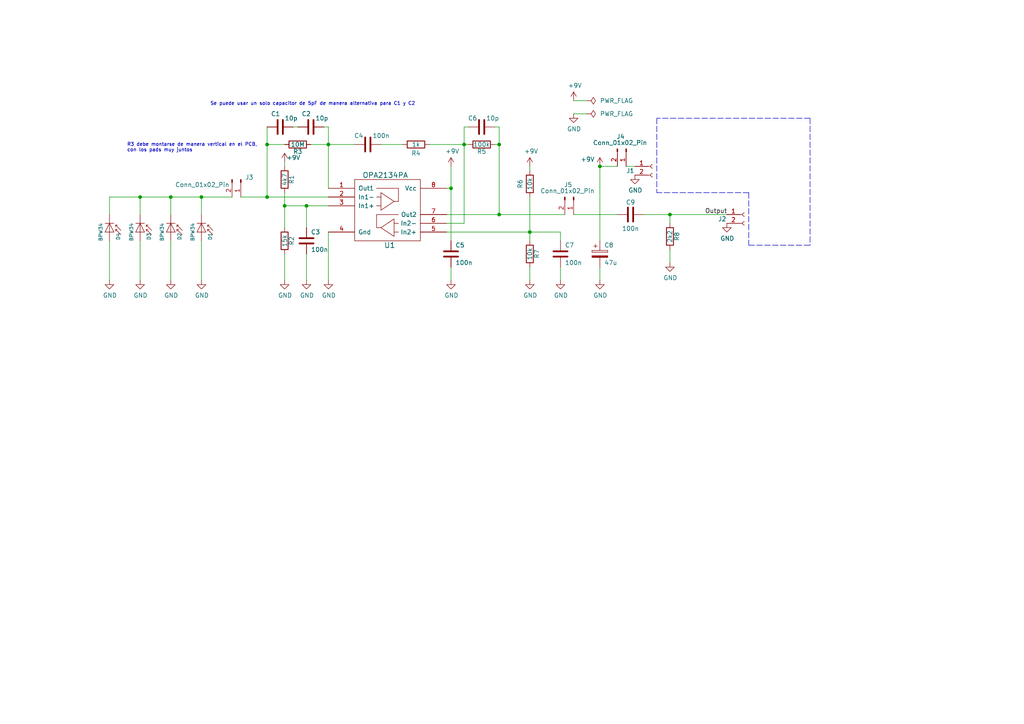
<source format=kicad_sch>
(kicad_sch (version 20231120) (generator "eeschema") (generator_version "8.0")
  (paper "A4")
  (title_block (title "DIY Particle Detector") (date "2019-07-31") (rev "V1.2") (comment 2 "A spectrometer for measuring the energy of alpha particles and electrons.") (comment 3 "Oliver Keller, oliver.michael.keller@cern.ch") (comment 4 "Low-Cost DIY Particle Detector for Ionising Radiation"))
  (lib_symbols
    (symbol "Connector:Conn_01x02_Pin" (pin_names (offset 1.016) hide)
      (property "Reference" "J" (at 0 2.54 0))
      (property "Value" "Conn_01x02_Pin" (at 0 -5.08 0))
      (symbol "Conn_01x02_Pin_1_1"
        (polyline (pts (xy 1.27 -2.54) (xy 0.8636 -2.54)) (stroke (width 0.1524)))
        (polyline (pts (xy 1.27 0) (xy 0.8636 0)) (stroke (width 0.1524)))
        (rectangle (start 0.8636 -2.413) (end 0 -2.667) (stroke (width 0.1524)) (fill (type outline)))
        (rectangle (start 0.8636 0.127) (end 0 -0.127) (stroke (width 0.1524)) (fill (type outline)))
        (pin passive line (at 5.08 0 180) (length 3.81) (name "Pin_1") (number "1"))
        (pin passive line (at 5.08 -2.54 180) (length 3.81) (name "Pin_2") (number "2"))
      )
    )
    (symbol "DIY_detector-custom-parts:TL072" (pin_names (offset 1.016))
      (property "Reference" "U" (at 0 -10.16 0))
      (property "Value" "TL072" (at -1.27 10.16 0))
      (symbol "TL072_0_1"
        (rectangle (start -10.16 8.89) (end 8.89 -8.89))
        (polyline (pts (xy -3.81 1.27) (xy -2.54 1.27)))
        (polyline (pts (xy -2.54 3.81) (xy -3.81 3.81)))
        (polyline (pts (xy -2.54 6.35) (xy -3.81 6.35)))
        (polyline (pts (xy 1.27 -6.35) (xy 2.54 -6.35)))
        (polyline (pts (xy 1.27 -3.81) (xy 2.54 -3.81)))
        (polyline (pts (xy -2.54 5.08) (xy -2.54 0) (xy 1.27 2.54) (xy -2.54 5.08)))
        (polyline (pts (xy 1.27 2.54) (xy 2.54 2.54) (xy 2.54 6.35) (xy -2.54 6.35)))
        (polyline (pts (xy 2.54 -1.27) (xy -3.81 -1.27) (xy -3.81 -5.08) (xy -2.54 -5.08) (xy 1.27 -2.54) (xy 1.27 -7.62) (xy -2.54 -5.08)))
      )
      (symbol "TL072_1_1"
        (pin output line (at -17.78 6.35 0) (length 7.62) (name "Out1") (number "1"))
        (pin input line (at -17.78 3.81 0) (length 7.62) (name "In1-") (number "2"))
        (pin input line (at -17.78 1.27 0) (length 7.62) (name "In1+") (number "3"))
        (pin power_in line (at -17.78 -6.35 0) (length 7.62) (name "Gnd") (number "4"))
        (pin input line (at 16.51 -6.35 180) (length 7.62) (name "In2+") (number "5"))
        (pin input line (at 16.51 -3.81 180) (length 7.62) (name "In2-") (number "6"))
        (pin output line (at 16.51 -1.27 180) (length 7.62) (name "Out2") (number "7"))
        (pin power_in line (at 16.51 6.35 180) (length 7.62) (name "Vcc") (number "8"))
      )
    )
    (symbol "Device:C" (pin_numbers hide) (pin_names (offset 0.254))
      (property "Reference" "C" (at 0.635 2.54 0))
      (property "Value" "C" (at 0.635 -2.54 0))
      (symbol "C_0_1"
        (polyline (pts (xy -2.032 -0.762) (xy 2.032 -0.762)) (stroke (width 0.508)))
        (polyline (pts (xy -2.032 0.762) (xy 2.032 0.762)) (stroke (width 0.508)))
      )
      (symbol "C_1_1"
        (pin passive line (at 0 3.81 270) (length 2.794) (name "~") (number "1"))
        (pin passive line (at 0 -3.81 90) (length 2.794) (name "~") (number "2"))
      )
    )
    (symbol "Device:R" (pin_numbers hide) (pin_names (offset 0))
      (property "Reference" "R" (at 2.032 0 90))
      (property "Value" "R" (at 0 0 90))
      (symbol "R_0_1"
        (rectangle (start -1.016 -2.54) (end 1.016 2.54) (stroke (width 0.254)))
      )
      (symbol "R_1_1"
        (pin passive line (at 0 3.81 270) (length 1.27) (name "~") (number "1"))
        (pin passive line (at 0 -3.81 90) (length 1.27) (name "~") (number "2"))
      )
    )
    (symbol "ProyectoFisica-rescue:+9V-power" (power) (pin_names (offset 0))
      (property "Value" "power_+9V" (at 0 3.556 0))
      (symbol "+9V-power_0_1"
        (polyline (pts (xy -0.762 1.27) (xy 0 2.54)))
        (polyline (pts (xy 0 0) (xy 0 2.54)))
        (polyline (pts (xy 0 2.54) (xy 0.762 1.27)))
      )
      (symbol "+9V-power_1_1"
        (pin power_in line (at 0 0 90) (length 0) hide (name "+9V") (number "1"))
      )
    )
    (symbol "ProyectoFisica-rescue:CP-Device" (pin_numbers hide) (pin_names (offset 0.254))
      (property "Reference" "C" (at 0.635 2.54 0))
      (property "Value" "Device_CP" (at 0.635 -2.54 0))
      (symbol "CP-Device_0_1"
        (rectangle (start -2.286 0.508) (end 2.286 1.016))
        (polyline (pts (xy -1.778 2.286) (xy -0.762 2.286)))
        (polyline (pts (xy -1.27 2.794) (xy -1.27 1.778)))
        (rectangle (start 2.286 -0.508) (end -2.286 -1.016) (fill (type outline)))
      )
      (symbol "CP-Device_1_1"
        (pin passive line (at 0 3.81 270) (length 2.794) (name "~") (number "1"))
        (pin passive line (at 0 -3.81 90) (length 2.794) (name "~") (number "2"))
      )
    )
    (symbol "ProyectoFisica-rescue:Conn_01x02_Female-Connector" (pin_names (offset 1.016) hide)
      (property "Reference" "J" (at 0 2.54 0))
      (property "Value" "Connector_Conn_01x02_Female" (at 0 -5.08 0))
      (symbol "Conn_01x02_Female-Connector_1_1"
        (arc (start 0 -2.032) (mid -0.508 -2.54) (end 0 -3.048) (stroke (width 0.1524)))
        (polyline (pts (xy -1.27 -2.54) (xy -0.508 -2.54)) (stroke (width 0.1524)))
        (polyline (pts (xy -1.27 0) (xy -0.508 0)) (stroke (width 0.1524)))
        (arc (start 0 0.508) (mid -0.508 0) (end 0 -0.508) (stroke (width 0.1524)))
        (pin passive line (at -5.08 0 0) (length 3.81) (name "Pin_1") (number "1"))
        (pin passive line (at -5.08 -2.54 0) (length 3.81) (name "Pin_2") (number "2"))
      )
    )
    (symbol "ProyectoFisica-rescue:GND-power" (power) (pin_names (offset 0))
      (property "Value" "power_GND" (at 0 -3.81 0))
      (symbol "GND-power_0_1"
        (polyline (pts (xy 0 0) (xy 0 -1.27) (xy 1.27 -1.27) (xy 0 -2.54) (xy -1.27 -1.27) (xy 0 -1.27)))
      )
      (symbol "GND-power_1_1"
        (pin power_in line (at 0 0 270) (length 0) hide (name "GND") (number "1"))
      )
    )
    (symbol "Sensor_Optical:BPW34" (pin_numbers hide) (pin_names (offset 1.016) hide)
      (property "Reference" "D" (at 0.508 1.778 0))
      (property "Value" "BPW34" (at -1.016 -2.794 0))
      (symbol "BPW34_0_1"
        (polyline (pts (xy -2.54 1.27) (xy -2.54 -1.27)) (stroke (width 0.1524)))
        (polyline (pts (xy -2.032 1.778) (xy -1.524 1.778)))
        (polyline (pts (xy 0 -1.27) (xy 0 1.27)))
        (polyline (pts (xy 0 0) (xy -2.54 0)))
        (polyline (pts (xy -0.508 3.302) (xy -2.032 1.778) (xy -2.032 2.286)))
        (polyline (pts (xy 0 1.27) (xy -2.54 0) (xy 0 -1.27)))
        (polyline (pts (xy 0.762 3.302) (xy -0.762 1.778) (xy -0.762 2.286) (xy -0.762 1.778) (xy -0.254 1.778)))
      )
      (symbol "BPW34_1_1"
        (pin passive line (at -5.08 0 0) (length 2.54) (name "K") (number "1"))
        (pin passive line (at 2.54 0 180) (length 2.54) (name "A") (number "2"))
      )
    )
    (symbol "power:PWR_FLAG" (power) (pin_numbers hide) (pin_names (offset 0) hide)
      (property "Value" "PWR_FLAG" (at 0 3.81 0))
      (symbol "PWR_FLAG_0_0"
        (pin power_out line (at 0 0 90) (length 0) (name "~") (number "1"))
      )
      (symbol "PWR_FLAG_0_1"
        (polyline (pts (xy 0 0) (xy 0 1.27) (xy -1.016 1.905) (xy 0 2.54) (xy 1.016 1.905) (xy 0 1.27)))
      )
    )
  )
  (junction (at 134.62 41.91))
  (junction (at 130.81 54.61))
  (junction (at 77.47 57.15))
  (junction (at 58.42 57.15))
  (junction (at 144.78 62.23))
  (junction (at 77.47 41.91))
  (junction (at 82.55 59.69))
  (junction (at 144.78 41.91))
  (junction (at 153.67 67.31))
  (junction (at 40.64 57.15))
  (junction (at 95.25 41.91))
  (junction (at 49.53 57.15))
  (junction (at 173.99 48.26))
  (junction (at 88.9 59.69))
  (junction (at 194.31 62.23))
  (wire (pts (xy 69.85 57.15) (xy 77.47 57.15)))
  (wire (pts (xy 166.37 33.02) (xy 170.18 33.02)))
  (polyline (pts (xy 217.17 55.88) (xy 217.17 71.12)) (stroke (width 0) (type dash)))
  (wire (pts (xy 143.51 36.83) (xy 144.78 36.83)))
  (wire (pts (xy 58.42 57.15) (xy 49.53 57.15)))
  (wire (pts (xy 129.54 67.31) (xy 153.67 67.31)))
  (wire (pts (xy 144.78 41.91) (xy 144.78 62.23)))
  (wire (pts (xy 93.98 36.83) (xy 95.25 36.83)))
  (wire (pts (xy 143.51 41.91) (xy 144.78 41.91)))
  (polyline (pts (xy 234.95 34.29) (xy 190.5 34.29)) (stroke (width 0) (type dash)))
  (wire (pts (xy 58.42 69.85) (xy 58.42 81.28)))
  (wire (pts (xy 162.56 67.31) (xy 162.56 69.85)))
  (wire (pts (xy 82.55 73.66) (xy 82.55 81.28)))
  (wire (pts (xy 82.55 46.99) (xy 82.55 48.26)))
  (wire (pts (xy 153.67 57.15) (xy 153.67 67.31)))
  (wire (pts (xy 130.81 54.61) (xy 129.54 54.61)))
  (wire (pts (xy 49.53 69.85) (xy 49.53 81.28)))
  (wire (pts (xy 88.9 59.69) (xy 88.9 66.04)))
  (wire (pts (xy 58.42 57.15) (xy 58.42 62.23)))
  (wire (pts (xy 88.9 73.66) (xy 88.9 81.28)))
  (polyline (pts (xy 217.17 55.88) (xy 190.5 55.88)) (stroke (width 0) (type dash)))
  (wire (pts (xy 144.78 36.83) (xy 144.78 41.91)))
  (wire (pts (xy 181.61 48.26) (xy 184.15 48.26)))
  (wire (pts (xy 95.25 41.91) (xy 102.87 41.91)))
  (wire (pts (xy 95.25 41.91) (xy 95.25 54.61)))
  (wire (pts (xy 134.62 36.83) (xy 134.62 41.91)))
  (wire (pts (xy 194.31 62.23) (xy 194.31 64.77)))
  (wire (pts (xy 82.55 66.04) (xy 82.55 59.69)))
  (wire (pts (xy 95.25 67.31) (xy 95.25 81.28)))
  (wire (pts (xy 95.25 36.83) (xy 95.25 41.91)))
  (wire (pts (xy 130.81 54.61) (xy 130.81 69.85)))
  (polyline (pts (xy 217.17 71.12) (xy 234.95 71.12)) (stroke (width 0) (type dash)))
  (wire (pts (xy 86.36 36.83) (xy 85.09 36.83)))
  (wire (pts (xy 82.55 59.69) (xy 88.9 59.69)))
  (wire (pts (xy 194.31 72.39) (xy 194.31 76.2)))
  (wire (pts (xy 186.69 62.23) (xy 194.31 62.23)))
  (wire (pts (xy 31.75 81.28) (xy 31.75 69.85)))
  (wire (pts (xy 153.67 48.26) (xy 153.67 49.53)))
  (wire (pts (xy 166.37 62.23) (xy 179.07 62.23)))
  (wire (pts (xy 40.64 81.28) (xy 40.64 69.85)))
  (wire (pts (xy 153.67 77.47) (xy 153.67 81.28)))
  (wire (pts (xy 130.81 77.47) (xy 130.81 81.28)))
  (wire (pts (xy 31.75 62.23) (xy 31.75 57.15)))
  (polyline (pts (xy 190.5 34.29) (xy 190.5 55.88)) (stroke (width 0) (type dash)))
  (wire (pts (xy 77.47 36.83) (xy 77.47 41.91)))
  (wire (pts (xy 88.9 59.69) (xy 95.25 59.69)))
  (wire (pts (xy 77.47 57.15) (xy 95.25 57.15)))
  (wire (pts (xy 134.62 41.91) (xy 135.89 41.91)))
  (wire (pts (xy 153.67 67.31) (xy 153.67 69.85)))
  (wire (pts (xy 173.99 48.26) (xy 173.99 69.85)))
  (wire (pts (xy 82.55 55.88) (xy 82.55 59.69)))
  (wire (pts (xy 194.31 62.23) (xy 210.82 62.23)))
  (wire (pts (xy 49.53 62.23) (xy 49.53 57.15)))
  (wire (pts (xy 173.99 77.47) (xy 173.99 81.28)))
  (wire (pts (xy 135.89 36.83) (xy 134.62 36.83)))
  (wire (pts (xy 129.54 62.23) (xy 144.78 62.23)))
  (wire (pts (xy 130.81 54.61) (xy 130.81 48.26)))
  (wire (pts (xy 110.49 41.91) (xy 116.84 41.91)))
  (wire (pts (xy 166.37 29.21) (xy 170.18 29.21)))
  (wire (pts (xy 153.67 67.31) (xy 162.56 67.31)))
  (wire (pts (xy 77.47 41.91) (xy 77.47 57.15)))
  (wire (pts (xy 58.42 57.15) (xy 67.31 57.15)))
  (wire (pts (xy 173.99 48.26) (xy 179.07 48.26)))
  (wire (pts (xy 134.62 41.91) (xy 134.62 64.77)))
  (wire (pts (xy 90.17 41.91) (xy 95.25 41.91)))
  (wire (pts (xy 129.54 64.77) (xy 134.62 64.77)))
  (polyline (pts (xy 234.95 34.29) (xy 234.95 71.12)) (stroke (width 0) (type dash)))
  (wire (pts (xy 40.64 57.15) (xy 40.64 62.23)))
  (wire (pts (xy 124.46 41.91) (xy 134.62 41.91)))
  (wire (pts (xy 162.56 77.47) (xy 162.56 81.28)))
  (wire (pts (xy 31.75 57.15) (xy 40.64 57.15)))
  (wire (pts (xy 49.53 57.15) (xy 40.64 57.15)))
  (wire (pts (xy 144.78 62.23) (xy 163.83 62.23)))
  (wire (pts (xy 77.47 41.91) (xy 82.55 41.91)))
  (text "Se puede usar un solo capacitor de 5pF de manera alternativa para C1 y C2" (at 60.96 30.734 0) (effects (font (size 0.9906 0.9906)) (justify left bottom)))
  (text "R3 debe montarse de manera vertical en el PCB,\ncon los pads muy juntos\n" (at 36.83 44.196 0) (effects (font (size 0.9906 0.9906)) (justify left bottom)))
  (label "Output" (at 204.47 62.23 0))
  (symbol (lib_id "DIY_detector-custom-parts:TL072") (at 113.03 60.96 0) (unit 1)
    (property "Reference" "U1" (at 113.03 71.12 0) (effects (font (size 1.524 1.524))))
    (property "Value" "OPA2134PA" (at 111.76 50.8 0) (effects (font (size 1.524 1.524))))
    (property "Footprint" "Package_DIP:DIP-8_W7.62mm" (effects (hide yes)))
    (property "Description" "TLE2072CP/ACP" (effects (hide yes)))
    (property "FARNELL" "3117956 " (effects (hide yes)))
  )
  (symbol (lib_id "Sensor_Optical:BPW34") (at 31.75 67.31 270) (unit 1)
    (property "Reference" "D4" (at 34.29 68.58 0) (effects (font (size 1.016 1.016))))
    (property "Value" "BPW34" (at 29.21 67.31 0) (effects (font (size 1.016 1.016))))
    (property "Footprint" "OptoDevice:Osram_BPW34S-SMD" (effects (hide yes)))
    (property "Description" "silicon PIN photodiode" (effects (hide yes)))
    (property "MFG" "Osram" (effects (hide yes)))
    (property "MFG_PN" "BPX61" (effects (hide yes)))
    (property "FARNELL" "2981630" (effects (hide yes)))
    (property "RS Online" "654-7785" (effects (hide yes)))
    (property "3D_B" "${KIPRJMOD}/3D/BPW34F.wrl" (effects (hide yes)))
    (property "VALUE_B" "BPW34F" (effects (hide yes)))
  )
  (symbol (lib_id "Device:R") (at 86.36 41.91 270) (unit 1)
    (property "Reference" "R3" (at 86.36 43.942 90))
    (property "Value" "10M" (at 86.36 41.91 90))
    (property "Footprint" "Resistor_THT:R_Axial_DIN0309_L9.0mm_D3.2mm_P2.54mm_Vertical" (effects (hide yes)))
    (property "Description" "40Mega 10% 0805 SMD" (effects (hide yes)))
    (property "MFG" "TE Connectivity" (effects (hide yes)))
    (property "MFG_PN" "RH73H2A40MKTN" (effects (hide yes)))
    (property "FARNELL" "1174521" (effects (hide yes)))
    (property "VALUE_B" "10M" (effects (hide yes)))
    (property "3D_B" "${KIPRJMOD}/3D/Resistors_THT_custom.3dshapes/res_5band_10M_P2.54mm.wrl" (effects (hide yes)))
  )
  (symbol (lib_id "Device:R") (at 82.55 52.07 0) (unit 1)
    (property "Reference" "R1" (at 84.582 52.07 90))
    (property "Value" "4k7" (at 82.55 52.07 90))
    (property "Footprint" "Resistor_THT:R_Axial_DIN0207_L6.3mm_D2.5mm_P7.62mm_Horizontal" (effects (hide yes)))
    (property "Description" "4.7k 1% THT" (effects (hide yes)))
    (property "MFG" "Multicomp" (effects (hide yes)))
    (property "MFG_PN" "MCMF006FF4701A50" (effects (hide yes)))
    (property "FARNELL" "2401772" (effects (hide yes)))
  )
  (symbol (lib_id "Device:R") (at 82.55 69.85 0) (unit 1)
    (property "Reference" "R2" (at 84.582 69.85 90))
    (property "Value" "15k" (at 82.55 69.85 90))
    (property "Footprint" "Resistor_THT:R_Axial_DIN0207_L6.3mm_D2.5mm_P7.62mm_Horizontal" (effects (hide yes)))
    (property "Description" "15k 1% THT" (effects (hide yes)))
    (property "MFG" "Multicomp" (effects (hide yes)))
    (property "MFG_PN" "MCMF006FF1502A50" (effects (hide yes)))
    (property "FARNELL" "2401785" (effects (hide yes)))
  )
  (symbol (lib_id "Device:C") (at 90.17 36.83 90) (unit 1)
    (property "Reference" "C2" (at 90.17 33.02 90) (effects (justify left)))
    (property "Value" "10p" (at 95.25 34.29 90) (effects (justify left)))
    (property "Footprint" "Capacitor_THT:C_Disc_D3.0mm_W1.6mm_P2.50mm" (effects (hide yes)))
    (property "Description" "10pF THT" (effects (hide yes)))
    (property "MFG" "Multicomp" (effects (hide yes)))
    (property "MFG_PN" "MC0805N100J101A2.54MM" (effects (hide yes)))
    (property "FARNELL" "1694175" (effects (hide yes)))
  )
  (symbol (lib_id "Device:C") (at 130.81 73.66 0) (unit 1)
    (property "Reference" "C5" (at 132.08 71.12 0) (effects (justify left)))
    (property "Value" "100n" (at 132.08 76.2 0) (effects (justify left)))
    (property "Footprint" "Capacitor_THT:C_Disc_D3.0mm_W1.6mm_P2.50mm" (effects (hide yes)))
    (property "Description" "100nF THT" (effects (hide yes)))
    (property "MFG" "Multicomp" (effects (hide yes)))
    (property "MFG_PN" "MC0805Y104M500A2.54MM" (effects (hide yes)))
    (property "FARNELL" "2112751" (effects (hide yes)))
  )
  (symbol (lib_id "Device:C") (at 88.9 69.85 0) (unit 1)
    (property "Reference" "C3" (at 90.17 67.31 0) (effects (justify left)))
    (property "Value" "100n" (at 90.17 72.39 0) (effects (justify left)))
    (property "Footprint" "Capacitor_THT:C_Disc_D3.0mm_W1.6mm_P2.50mm" (effects (hide yes)))
    (property "Description" "100nF THT" (effects (hide yes)))
    (property "MFG" "Multicomp" (effects (hide yes)))
    (property "MFG_PN" "MC0805Y104M500A2.54MM" (effects (hide yes)))
    (property "FARNELL" "2112751" (effects (hide yes)))
  )
  (symbol (lib_id "Device:R") (at 120.65 41.91 270) (unit 1)
    (property "Reference" "R4" (at 120.65 44.45 90))
    (property "Value" "1k" (at 120.65 41.91 90))
    (property "Footprint" "Resistor_THT:R_Axial_DIN0207_L6.3mm_D2.5mm_P7.62mm_Horizontal" (effects (hide yes)))
    (property "Description" "4.7k 1% THT" (effects (hide yes)))
    (property "MFG" "Multicomp" (effects (hide yes)))
    (property "MFG_PN" "MCMF006FF4701A50" (effects (hide yes)))
    (property "FARNELL" "2401772" (effects (hide yes)))
    (property "VALUE_B" "1k" (effects (hide yes)))
    (property "3D_B" "${KIPRJMOD}/3D/Resistors_THT_custom.3dshapes/res_5band_1K_P7.62mm.wrl" (effects (hide yes)))
  )
  (symbol (lib_id "Device:R") (at 139.7 41.91 270) (unit 1)
    (property "Reference" "R5" (at 139.7 43.942 90))
    (property "Value" "100k" (at 139.7 41.91 90))
    (property "Footprint" "Resistor_THT:R_Axial_DIN0207_L6.3mm_D2.5mm_P7.62mm_Horizontal" (effects (hide yes)))
    (property "Description" "1Mega 1% THT" (effects (hide yes)))
    (property "MFG" "Multicomp" (effects (hide yes)))
    (property "MFG_PN" "MCMF006FF1004A50" (effects (hide yes)))
    (property "FARNELL" "2401807" (effects (hide yes)))
    (property "VALUE_B" "100k" (effects (hide yes)))
    (property "3D_B" "${KIPRJMOD}/3D/Resistors_THT_custom.3dshapes/res_5band_100K_P7.62mm.wrl" (effects (hide yes)))
  )
  (symbol (lib_id "Device:C") (at 106.68 41.91 90) (unit 1)
    (property "Reference" "C4" (at 105.41 39.37 90) (effects (justify left)))
    (property "Value" "100n" (at 113.03 39.37 90) (effects (justify left)))
    (property "Footprint" "Capacitor_THT:C_Disc_D3.0mm_W1.6mm_P2.50mm" (effects (hide yes)))
    (property "Description" "470nf THT" (effects (hide yes)))
    (property "MFG" "Kemet" (effects (hide yes)))
    (property "MFG_PN" "C320C474M5U5TA" (effects (hide yes)))
    (property "FARNELL" "1457660" (effects (hide yes)))
    (property "VALUE_B" "100n" (effects (hide yes)))
    (property "3D_B" "${KIPRJMOD}/3D/C_Disc_D3.0mm_W1.6mm_P2.50mm.wrl" (effects (hide yes)))
  )
  (symbol (lib_id "Device:R") (at 153.67 53.34 0) (unit 1)
    (property "Reference" "R6" (at 150.876 53.34 90))
    (property "Value" "10k" (at 153.67 53.34 90))
    (property "Footprint" "Resistor_THT:R_Axial_DIN0207_L6.3mm_D2.5mm_P7.62mm_Horizontal" (effects (hide yes)))
    (property "Description" "10k 1% THT" (effects (hide yes)))
    (property "MFG" "Multicomp" (effects (hide yes)))
    (property "MFG_PN" "MCMF006FF1002A50" (effects (hide yes)))
    (property "FARNELL" "2401780" (effects (hide yes)))
  )
  (symbol (lib_id "Device:R") (at 153.67 73.66 0) (unit 1)
    (property "Reference" "R7" (at 155.702 73.66 90))
    (property "Value" "10k" (at 153.67 73.66 90))
    (property "Footprint" "Resistor_THT:R_Axial_DIN0207_L6.3mm_D2.5mm_P7.62mm_Horizontal" (effects (hide yes)))
    (property "Description" "10k 1% THT" (effects (hide yes)))
    (property "MFG" "Multicomp" (effects (hide yes)))
    (property "MFG_PN" "MCMF006FF1002A50" (effects (hide yes)))
    (property "FARNELL" "2401780" (effects (hide yes)))
  )
  (symbol (lib_id "Device:C") (at 162.56 73.66 0) (unit 1)
    (property "Reference" "C7" (at 163.83 71.12 0) (effects (justify left)))
    (property "Value" "100n" (at 163.83 76.2 0) (effects (justify left)))
    (property "Footprint" "Capacitor_THT:C_Disc_D3.0mm_W1.6mm_P2.50mm" (effects (hide yes)))
    (property "Description" "100nF THT" (effects (hide yes)))
    (property "MFG" "Multicomp" (effects (hide yes)))
    (property "MFG_PN" "MC0805Y104M500A2.54MM" (effects (hide yes)))
    (property "FARNELL" "2112751" (effects (hide yes)))
  )
  (symbol (lib_id "ProyectoFisica-rescue:CP-Device") (at 173.99 73.66 0) (unit 1)
    (property "Reference" "C8" (at 175.26 71.12 0) (effects (justify left)))
    (property "Value" "47u" (at 175.26 76.2 0) (effects (justify left)))
    (property "Footprint" "Capacitor_THT:CP_Radial_D6.3mm_P2.50mm" (effects (hide yes)))
    (property "Description" "47uF 63V THT" (effects (hide yes)))
    (property "MFG" "Panasonic" (effects (hide yes)))
    (property "MFG_PN" "ECA-1JHG470" (effects (hide yes)))
    (property "FARNELL" "9693033" (effects (hide yes)))
  )
  (symbol (lib_id "ProyectoFisica-rescue:GND-power") (at 130.81 81.28 0) (unit 1)
    (property "Reference" "#PWR07" (effects (hide yes)))
    (property "Value" "GND" (at 130.937 85.6742 0))
  )
  (symbol (lib_id "ProyectoFisica-rescue:GND-power") (at 153.67 81.28 0) (unit 1)
    (property "Reference" "#PWR08" (effects (hide yes)))
    (property "Value" "GND" (at 153.797 85.6742 0))
  )
  (symbol (lib_id "ProyectoFisica-rescue:GND-power") (at 162.56 81.28 0) (unit 1)
    (property "Reference" "#PWR09" (effects (hide yes)))
    (property "Value" "GND" (at 162.687 85.6742 0))
  )
  (symbol (lib_id "ProyectoFisica-rescue:GND-power") (at 173.99 81.28 0) (unit 1)
    (property "Reference" "#PWR010" (effects (hide yes)))
    (property "Value" "GND" (at 174.117 85.6742 0))
  )
  (symbol (lib_id "ProyectoFisica-rescue:GND-power") (at 88.9 81.28 0) (unit 1)
    (property "Reference" "#PWR06" (effects (hide yes)))
    (property "Value" "GND" (at 89.027 85.6742 0))
  )
  (symbol (lib_id "ProyectoFisica-rescue:GND-power") (at 82.55 81.28 0) (unit 1)
    (property "Reference" "#PWR05" (effects (hide yes)))
    (property "Value" "GND" (at 82.677 85.6742 0))
  )
  (symbol (lib_id "ProyectoFisica-rescue:GND-power") (at 58.42 81.28 0) (unit 1)
    (property "Reference" "#PWR04" (effects (hide yes)))
    (property "Value" "GND" (at 58.547 85.6742 0))
  )
  (symbol (lib_id "ProyectoFisica-rescue:GND-power") (at 49.53 81.28 0) (unit 1)
    (property "Reference" "#PWR03" (effects (hide yes)))
    (property "Value" "GND" (at 49.657 85.6742 0))
  )
  (symbol (lib_id "ProyectoFisica-rescue:GND-power") (at 40.64 81.28 0) (unit 1)
    (property "Reference" "#PWR02" (effects (hide yes)))
    (property "Value" "GND" (at 40.767 85.6742 0))
  )
  (symbol (lib_id "ProyectoFisica-rescue:GND-power") (at 31.75 81.28 0) (unit 1)
    (property "Reference" "#PWR01" (effects (hide yes)))
    (property "Value" "GND" (at 31.877 85.6742 0))
  )
  (symbol (lib_id "ProyectoFisica-rescue:GND-power") (at 210.82 64.77 0) (unit 1)
    (property "Reference" "#PWR0103" (effects (hide yes)))
    (property "Value" "GND" (at 210.947 69.1642 0))
  )
  (symbol (lib_id "ProyectoFisica-rescue:+9V-power") (at 173.99 48.26 0) (unit 1)
    (property "Reference" "#PWR0105" (effects (hide yes)))
    (property "Value" "+9V" (at 170.434 46.228 0))
  )
  (symbol (lib_id "Device:C") (at 81.28 36.83 90) (unit 1)
    (property "Reference" "C1" (at 81.28 33.02 90) (effects (justify left)))
    (property "Value" "10p" (at 86.36 34.29 90) (effects (justify left)))
    (property "Footprint" "Capacitor_THT:C_Disc_D3.0mm_W1.6mm_P2.50mm" (effects (hide yes)))
    (property "Description" "10pF THT" (effects (hide yes)))
    (property "MFG" "Multicomp" (effects (hide yes)))
    (property "MFG_PN" "MC0805N100J101A2.54MM" (effects (hide yes)))
    (property "FARNELL" "1694175" (effects (hide yes)))
  )
  (symbol (lib_id "Device:C") (at 139.7 36.83 90) (unit 1)
    (property "Reference" "C6" (at 138.43 34.29 90) (effects (justify left)))
    (property "Value" "10p" (at 144.78 34.29 90) (effects (justify left)))
    (property "Footprint" "Capacitor_THT:C_Disc_D3.0mm_W1.6mm_P2.50mm" (effects (hide yes)))
    (property "Description" "3.3nF THT" (effects (hide yes)))
    (property "MFG" "Suntan" (effects (hide yes)))
    (property "MFG_PN" "TS170R1H332KSBBA0R" (effects (hide yes)))
    (property "FARNELL" "2901293" (effects (hide yes)))
    (property "VALUE_B" "10p" (effects (hide yes)))
    (property "3D_B" "${KIPRJMOD}/3D/C_Disc_D3.0mm_W1.6mm_P2.50mm.wrl" (effects (hide yes)))
  )
  (symbol (lib_id "Sensor_Optical:BPW34") (at 40.64 67.31 270) (unit 1)
    (property "Reference" "D3" (at 43.18 68.58 0) (effects (font (size 1.016 1.016))))
    (property "Value" "BPW34" (at 38.1 67.31 0) (effects (font (size 1.016 1.016))))
    (property "Footprint" "OptoDevice:Osram_BPW34S-SMD" (effects (hide yes)))
    (property "Description" "silicon PIN photodiode\r" (effects (hide yes)))
    (property "MFG" "Osram/Vishay" (effects (hide yes)))
    (property "MFG_PN" "BPW34F/FA" (effects (hide yes)))
    (property "FARNELL" "2981621" (effects (hide yes)))
    (property "RS Online" "654-7921" (effects (hide yes)))
    (property "3D_B" "${KIPRJMOD}/3D/BPW34F.wrl" (effects (hide yes)))
    (property "VALUE_B" "BPW34F" (effects (hide yes)))
  )
  (symbol (lib_id "Sensor_Optical:BPW34") (at 49.53 67.31 270) (unit 1)
    (property "Reference" "D2" (at 52.07 68.58 0) (effects (font (size 1.016 1.016))))
    (property "Value" "BPW34" (at 46.99 67.31 0) (effects (font (size 1.016 1.016))))
    (property "Footprint" "OptoDevice:Osram_BPW34S-SMD" (effects (hide yes)))
    (property "Description" "silicon PIN photodiode\r" (effects (hide yes)))
    (property "MFG" "Osram/Vishay" (effects (hide yes)))
    (property "MFG_PN" "BPW34F/FA" (effects (hide yes)))
    (property "FARNELL" "2981621" (effects (hide yes)))
    (property "RS Online" "654-7921" (effects (hide yes)))
    (property "3D_B" "${KIPRJMOD}/3D/BPW34F.wrl" (effects (hide yes)))
    (property "VALUE_B" "BPW34F" (effects (hide yes)))
  )
  (symbol (lib_id "Sensor_Optical:BPW34") (at 58.42 67.31 270) (unit 1)
    (property "Reference" "D1" (at 60.96 68.58 0) (effects (font (size 1.016 1.016))))
    (property "Value" "BPW34" (at 55.88 67.31 0) (effects (font (size 1.016 1.016))))
    (property "Footprint" "OptoDevice:Osram_BPW34S-SMD" (effects (hide yes)))
    (property "Description" "silicon PIN photodiode\r" (effects (hide yes)))
    (property "MFG" "Osram/Vishay" (effects (hide yes)))
    (property "MFG_PN" "BPW34F/FA" (effects (hide yes)))
    (property "FARNELL" "2981621" (effects (hide yes)))
    (property "RS Online" "654-7921" (effects (hide yes)))
    (property "3D_B" "${KIPRJMOD}/3D/BPW34F.wrl" (effects (hide yes)))
    (property "VALUE_B" "BPW34F" (effects (hide yes)))
  )
  (symbol (lib_id "ProyectoFisica-rescue:GND-power") (at 95.25 81.28 0) (unit 1)
    (property "Reference" "#PWR0106" (effects (hide yes)))
    (property "Value" "GND" (at 95.377 85.6742 0))
  )
  (symbol (lib_id "ProyectoFisica-rescue:Conn_01x02_Female-Connector") (at 189.23 48.26 0) (unit 1)
    (property "Reference" "J1" (at 181.61 49.53 0) (effects (justify left)))
    (property "Value" "Conn_01x02_Female" (effects (hide yes)))
    (property "Footprint" "Connector_PinHeader_2.54mm:PinHeader_1x02_P2.54mm_Vertical" (effects (hide yes)))
  )
  (symbol (lib_id "ProyectoFisica-rescue:GND-power") (at 184.15 50.8 0) (unit 1)
    (property "Reference" "#PWR0104" (effects (hide yes)))
    (property "Value" "GND" (at 184.277 55.1942 0))
  )
  (symbol (lib_id "ProyectoFisica-rescue:+9V-power") (at 153.67 48.26 0) (unit 1)
    (property "Reference" "#PWR0110" (effects (hide yes)))
    (property "Value" "+9V" (at 154.051 43.8658 0))
  )
  (symbol (lib_id "ProyectoFisica-rescue:+9V-power") (at 130.81 48.26 0) (unit 1)
    (property "Reference" "#PWR0111" (effects (hide yes)))
    (property "Value" "+9V" (at 131.191 43.8658 0))
  )
  (symbol (lib_id "ProyectoFisica-rescue:+9V-power") (at 82.55 46.99 0) (unit 1)
    (property "Reference" "#PWR0112" (effects (hide yes)))
    (property "Value" "+9V" (at 85.09 45.72 0))
  )
  (symbol (lib_id "ProyectoFisica-rescue:Conn_01x02_Female-Connector") (at 215.9 62.23 0) (unit 1)
    (property "Reference" "J2" (at 208.28 63.5 0) (effects (justify left)))
    (property "Value" "Conn_01x02_Female" (effects (hide yes)))
    (property "Footprint" "Connector_PinHeader_2.54mm:PinHeader_1x02_P2.54mm_Vertical" (effects (hide yes)))
  )
  (symbol (lib_id "ProyectoFisica-rescue:GND-power") (at 166.37 33.02 0) (unit 1)
    (property "Reference" "#PWR014" (effects (hide yes)))
    (property "Value" "GND" (at 166.497 37.4142 0))
  )
  (symbol (lib_id "power:PWR_FLAG") (at 170.18 33.02 270) (unit 1)
    (property "Reference" "#FLG02" (effects (hide yes)))
    (property "Value" "PWR_FLAG" (at 173.99 33.0199 90) (effects (justify left)))
    (property "Description" "Special symbol for telling ERC where power comes from" (effects (hide yes)))
  )
  (symbol (lib_id "Device:C") (at 182.88 62.23 90) (unit 1)
    (property "Reference" "C9" (at 182.88 58.674 90))
    (property "Value" "100n" (at 182.88 66.294 90))
    (property "Footprint" "Capacitor_THT:C_Disc_D3.0mm_W1.6mm_P2.50mm" (effects (hide yes)))
    (property "Description" "Unpolarized capacitor" (effects (hide yes)))
  )
  (symbol (lib_id "Connector:Conn_01x02_Pin") (at 69.85 52.07 270) (unit 1)
    (property "Reference" "J3" (at 71.12 51.4349 90) (effects (justify left)))
    (property "Value" "Conn_01x02_Pin" (at 50.8 53.594 90) (effects (justify left)))
    (property "Footprint" "Connector_PinHeader_2.54mm:PinHeader_1x02_P2.54mm_Vertical" (effects (hide yes)))
    (property "Description" "Generic connector, single row, 01x02, script generated" (effects (hide yes)))
  )
  (symbol (lib_id "ProyectoFisica-rescue:GND-power") (at 194.31 76.2 0) (unit 1)
    (property "Reference" "#PWR11" (effects (hide yes)))
    (property "Value" "GND" (at 194.437 80.5942 0))
  )
  (symbol (lib_id "power:PWR_FLAG") (at 170.18 29.21 270) (unit 1)
    (property "Reference" "#FLG01" (effects (hide yes)))
    (property "Value" "PWR_FLAG" (at 173.99 29.2099 90) (effects (justify left)))
    (property "Description" "Special symbol for telling ERC where power comes from" (effects (hide yes)))
  )
  (symbol (lib_id "Device:R") (at 194.31 68.58 0) (unit 1)
    (property "Reference" "R8" (at 196.342 68.58 90))
    (property "Value" "2k2" (at 194.31 68.58 90))
    (property "Footprint" "Resistor_THT:R_Axial_DIN0207_L6.3mm_D2.5mm_P7.62mm_Horizontal" (effects (hide yes)))
    (property "Description" "10k 1% THT" (effects (hide yes)))
    (property "MFG" "Multicomp" (effects (hide yes)))
    (property "MFG_PN" "MCMF006FF1002A50" (effects (hide yes)))
    (property "FARNELL" "2401780" (effects (hide yes)))
  )
  (symbol (lib_id "Connector:Conn_01x02_Pin") (at 166.37 57.15 270) (unit 1)
    (property "Reference" "J5" (at 163.576 53.594 90) (effects (justify left)))
    (property "Value" "Conn_01x02_Pin" (at 156.718 55.372 90) (effects (justify left)))
    (property "Footprint" "Connector_PinHeader_2.54mm:PinHeader_1x02_P2.54mm_Vertical" (effects (hide yes)))
    (property "Description" "Generic connector, single row, 01x02, script generated" (effects (hide yes)))
  )
  (symbol (lib_id "ProyectoFisica-rescue:+9V-power") (at 166.37 29.21 0) (unit 1)
    (property "Reference" "#PWR013" (effects (hide yes)))
    (property "Value" "+9V" (at 166.751 24.8158 0))
  )
  (symbol (lib_id "Connector:Conn_01x02_Pin") (at 181.61 43.18 270) (unit 1)
    (property "Reference" "J4" (at 178.816 39.624 90) (effects (justify left)))
    (property "Value" "Conn_01x02_Pin" (at 171.958 41.402 90) (effects (justify left)))
    (property "Footprint" "Connector_PinHeader_2.54mm:PinHeader_1x02_P2.54mm_Vertical" (effects (hide yes)))
    (property "Description" "Generic connector, single row, 01x02, script generated" (effects (hide yes)))
  )
)
</source>
